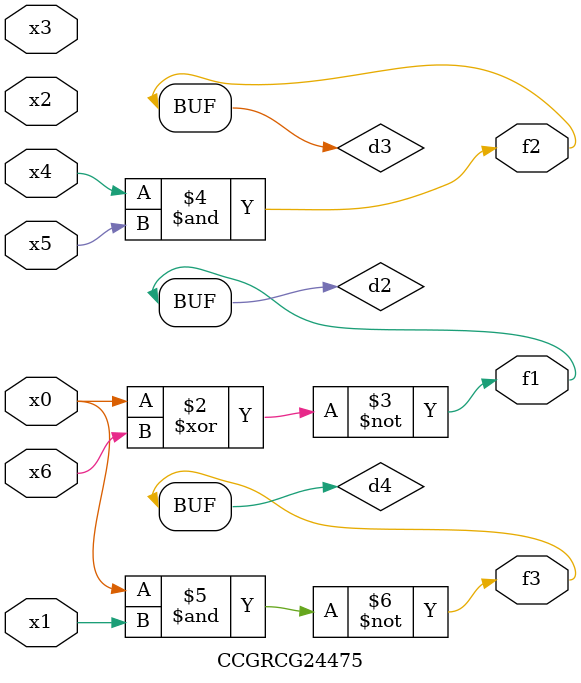
<source format=v>
module CCGRCG24475(
	input x0, x1, x2, x3, x4, x5, x6,
	output f1, f2, f3
);

	wire d1, d2, d3, d4;

	nor (d1, x0);
	xnor (d2, x0, x6);
	and (d3, x4, x5);
	nand (d4, x0, x1);
	assign f1 = d2;
	assign f2 = d3;
	assign f3 = d4;
endmodule

</source>
